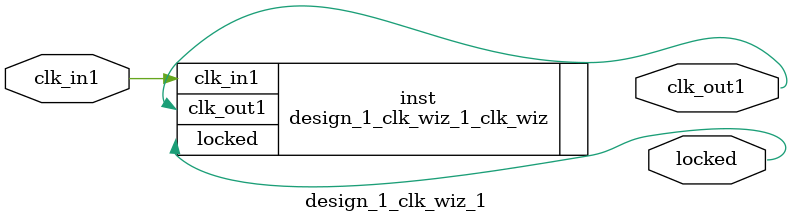
<source format=v>


`timescale 1ps/1ps

(* CORE_GENERATION_INFO = "design_1_clk_wiz_1,clk_wiz_v6_0_14_0_0,{component_name=design_1_clk_wiz_1,use_phase_alignment=true,use_min_o_jitter=false,use_max_i_jitter=false,use_dyn_phase_shift=false,use_inclk_switchover=false,use_dyn_reconfig=false,enable_axi=0,feedback_source=FDBK_AUTO,PRIMITIVE=MMCM,num_out_clk=1,clkin1_period=8.000,clkin2_period=10.000,use_power_down=false,use_reset=false,use_locked=true,use_inclk_stopped=false,feedback_type=SINGLE,CLOCK_MGR_TYPE=NA,manual_override=false}" *)

module design_1_clk_wiz_1 
 (
  // Clock out ports
  output        clk_out1,
  // Status and control signals
  output        locked,
 // Clock in ports
  input         clk_in1
 );

  design_1_clk_wiz_1_clk_wiz inst
  (
  // Clock out ports  
  .clk_out1(clk_out1),
  // Status and control signals               
  .locked(locked),
 // Clock in ports
  .clk_in1(clk_in1)
  );

endmodule

</source>
